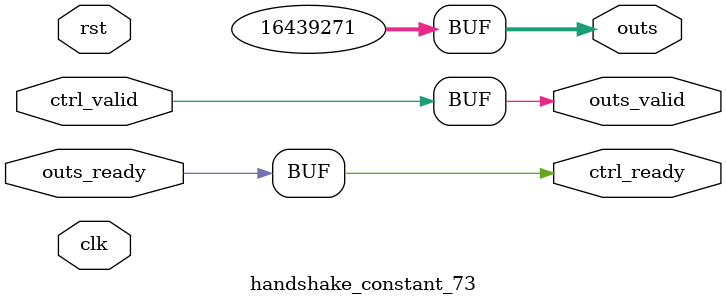
<source format=v>
`timescale 1ns / 1ps
module handshake_constant_73 #(
  parameter DATA_WIDTH = 32  // Default set to 32 bits
) (
  input                       clk,
  input                       rst,
  // Input Channel
  input                       ctrl_valid,
  output                      ctrl_ready,
  // Output Channel
  output [DATA_WIDTH - 1 : 0] outs,
  output                      outs_valid,
  input                       outs_ready
);
  assign outs       = 24'b111110101101011111100111;
  assign outs_valid = ctrl_valid;
  assign ctrl_ready = outs_ready;

endmodule

</source>
